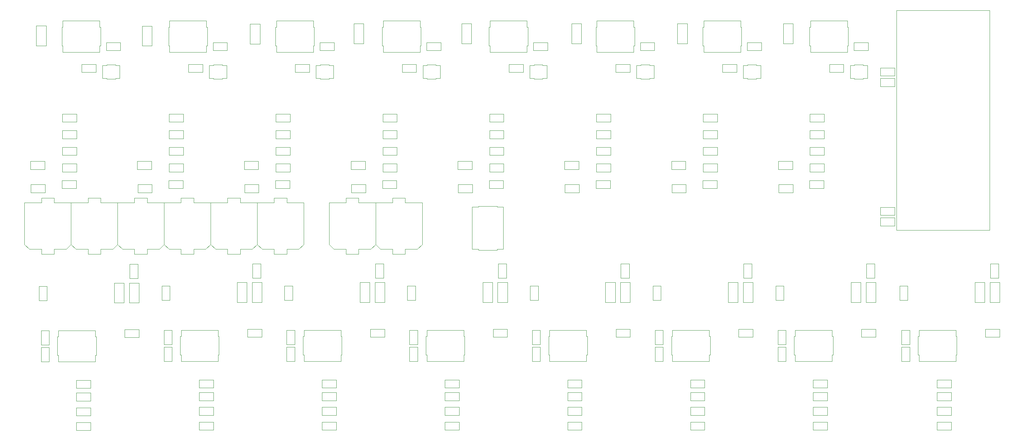
<source format=gbr>
G04 #@! TF.GenerationSoftware,KiCad,Pcbnew,9.0.3*
G04 #@! TF.CreationDate,2025-08-26T17:21:35-04:00*
G04 #@! TF.ProjectId,Oblique Palette 0.5.4 PCB Main,4f626c69-7175-4652-9050-616c65747465,0.5.5*
G04 #@! TF.SameCoordinates,Original*
G04 #@! TF.FileFunction,Other,User*
%FSLAX46Y46*%
G04 Gerber Fmt 4.6, Leading zero omitted, Abs format (unit mm)*
G04 Created by KiCad (PCBNEW 9.0.3) date 2025-08-26 17:21:35*
%MOMM*%
%LPD*%
G01*
G04 APERTURE LIST*
%ADD10C,0.050000*%
%ADD11C,0.120000*%
G04 APERTURE END LIST*
D10*
G04 #@! TO.C,R160*
X41742143Y-96894450D02*
X45102143Y-96894450D01*
X41742143Y-94994450D02*
X41742143Y-96894450D01*
X45102143Y-96894450D02*
X45102143Y-94994450D01*
X45102143Y-94994450D02*
X41742143Y-94994450D01*
G04 #@! TO.C,R8*
X23372143Y-88124450D02*
X23372143Y-84764450D01*
X21472143Y-88124450D02*
X23372143Y-88124450D01*
X23372143Y-84764450D02*
X21472143Y-84764450D01*
X21472143Y-84764450D02*
X21472143Y-88124450D01*
G04 #@! TO.C,R7*
X30329643Y-111894450D02*
X33689643Y-111894450D01*
X30329643Y-109994450D02*
X30329643Y-111894450D01*
X33689643Y-111894450D02*
X33689643Y-109994450D01*
X33689643Y-109994450D02*
X30329643Y-109994450D01*
G04 #@! TO.C,R5*
X30329643Y-115394450D02*
X33689643Y-115394450D01*
X30329643Y-113494450D02*
X30329643Y-115394450D01*
X33689643Y-115394450D02*
X33689643Y-113494450D01*
X33689643Y-113494450D02*
X30329643Y-113494450D01*
G04 #@! TO.C,R4*
X23872143Y-102624450D02*
X23872143Y-99264450D01*
X21972143Y-102624450D02*
X23872143Y-102624450D01*
X23872143Y-99264450D02*
X21972143Y-99264450D01*
X21972143Y-99264450D02*
X21972143Y-102624450D01*
G04 #@! TO.C,R68*
X33689643Y-106994450D02*
X30329643Y-106994450D01*
X33689643Y-108894450D02*
X33689643Y-106994450D01*
X30329643Y-106994450D02*
X30329643Y-108894450D01*
X30329643Y-108894450D02*
X33689643Y-108894450D01*
G04 #@! TO.C,R6*
X23872143Y-98624450D02*
X23872143Y-95264450D01*
X21972143Y-98624450D02*
X23872143Y-98624450D01*
X23872143Y-95264450D02*
X21972143Y-95264450D01*
X21972143Y-95264450D02*
X21972143Y-98624450D01*
G04 #@! TO.C,R3*
X30329643Y-118894450D02*
X33689643Y-118894450D01*
X30329643Y-116994450D02*
X30329643Y-118894450D01*
X33689643Y-118894450D02*
X33689643Y-116994450D01*
X33689643Y-116994450D02*
X30329643Y-116994450D01*
G04 #@! TO.C,R116*
X55587000Y-43932700D02*
X52227000Y-43932700D01*
X55587000Y-45832700D02*
X55587000Y-43932700D01*
X52227000Y-43932700D02*
X52227000Y-45832700D01*
X52227000Y-45832700D02*
X55587000Y-45832700D01*
G04 #@! TO.C,R22*
X81923857Y-98534450D02*
X81923857Y-95174450D01*
X80023857Y-98534450D02*
X81923857Y-98534450D01*
X81923857Y-95174450D02*
X80023857Y-95174450D01*
X80023857Y-95174450D02*
X80023857Y-98534450D01*
G04 #@! TO.C,R161*
X70768000Y-96804450D02*
X74128000Y-96804450D01*
X70768000Y-94904450D02*
X70768000Y-96804450D01*
X74128000Y-96804450D02*
X74128000Y-94904450D01*
X74128000Y-94904450D02*
X70768000Y-94904450D01*
G04 #@! TO.C,R31*
X117407214Y-111804450D02*
X120767214Y-111804450D01*
X117407214Y-109904450D02*
X117407214Y-111804450D01*
X120767214Y-111804450D02*
X120767214Y-109904450D01*
X120767214Y-109904450D02*
X117407214Y-109904450D01*
G04 #@! TO.C,R152*
X203639500Y-61547000D02*
X206999500Y-61547000D01*
X203639500Y-59647000D02*
X203639500Y-61547000D01*
X206999500Y-61547000D02*
X206999500Y-59647000D01*
X206999500Y-59647000D02*
X203639500Y-59647000D01*
G04 #@! TO.C,R101*
X207844786Y-106904450D02*
X204484786Y-106904450D01*
X207844786Y-108804450D02*
X207844786Y-106904450D01*
X204484786Y-106904450D02*
X204484786Y-108804450D01*
X204484786Y-108804450D02*
X207844786Y-108804450D01*
G04 #@! TO.C,R136*
X170977000Y-57047000D02*
X174337000Y-57047000D01*
X170977000Y-55147000D02*
X170977000Y-57047000D01*
X174337000Y-57047000D02*
X174337000Y-55147000D01*
X174337000Y-55147000D02*
X170977000Y-55147000D01*
G04 #@! TO.C,R97*
X77389500Y-61547000D02*
X80749500Y-61547000D01*
X77389500Y-59647000D02*
X77389500Y-61547000D01*
X80749500Y-61547000D02*
X80749500Y-59647000D01*
X80749500Y-59647000D02*
X77389500Y-59647000D01*
G04 #@! TO.C,R94*
X178818929Y-106904450D02*
X175458929Y-106904450D01*
X178818929Y-108804450D02*
X178818929Y-106904450D01*
X175458929Y-106904450D02*
X175458929Y-108804450D01*
X175458929Y-108804450D02*
X178818929Y-108804450D01*
G04 #@! TO.C,R114*
X120477000Y-57047000D02*
X123837000Y-57047000D01*
X120477000Y-55147000D02*
X120477000Y-57047000D01*
X123837000Y-57047000D02*
X123837000Y-55147000D01*
X123837000Y-55147000D02*
X120477000Y-55147000D01*
G04 #@! TO.C,R117*
X127977000Y-53689900D02*
X131337000Y-53689900D01*
X127977000Y-51789900D02*
X127977000Y-53689900D01*
X131337000Y-53689900D02*
X131337000Y-51789900D01*
X131337000Y-51789900D02*
X127977000Y-51789900D01*
G04 #@! TO.C,R123*
X80837000Y-43932700D02*
X77477000Y-43932700D01*
X80837000Y-45832700D02*
X80837000Y-43932700D01*
X77477000Y-43932700D02*
X77477000Y-45832700D01*
X77477000Y-45832700D02*
X80837000Y-45832700D01*
G04 #@! TO.C,R74*
X26977000Y-57618400D02*
X30337000Y-57618400D01*
X26977000Y-55718400D02*
X26977000Y-57618400D01*
X30337000Y-57618400D02*
X30337000Y-55718400D01*
X30337000Y-55718400D02*
X26977000Y-55718400D01*
G04 #@! TO.C,R79*
X91741357Y-106904450D02*
X88381357Y-106904450D01*
X91741357Y-108804450D02*
X91741357Y-106904450D01*
X88381357Y-106904450D02*
X88381357Y-108804450D01*
X88381357Y-108804450D02*
X91741357Y-108804450D01*
G04 #@! TO.C,R53*
X204484786Y-115304450D02*
X207844786Y-115304450D01*
X204484786Y-113404450D02*
X204484786Y-115304450D01*
X207844786Y-115304450D02*
X207844786Y-113404450D01*
X207844786Y-113404450D02*
X204484786Y-113404450D01*
G04 #@! TO.C,R1*
X223727000Y-33007000D02*
X220367000Y-33007000D01*
X223727000Y-34907000D02*
X223727000Y-33007000D01*
X220367000Y-33007000D02*
X220367000Y-34907000D01*
X220367000Y-34907000D02*
X223727000Y-34907000D01*
G04 #@! TO.C,R61*
X233760643Y-115304450D02*
X237120643Y-115304450D01*
X233760643Y-113404450D02*
X233760643Y-115304450D01*
X237120643Y-115304450D02*
X237120643Y-113404450D01*
X237120643Y-113404450D02*
X233760643Y-113404450D01*
G04 #@! TO.C,R52*
X198027286Y-102534450D02*
X198027286Y-99174450D01*
X196127286Y-102534450D02*
X198027286Y-102534450D01*
X198027286Y-99174450D02*
X196127286Y-99174450D01*
X196127286Y-99174450D02*
X196127286Y-102534450D01*
G04 #@! TO.C,R12*
X52898000Y-102534450D02*
X52898000Y-99174450D01*
X50998000Y-102534450D02*
X52898000Y-102534450D01*
X52898000Y-99174450D02*
X50998000Y-99174450D01*
X50998000Y-99174450D02*
X50998000Y-102534450D01*
G04 #@! TO.C,R27*
X117407214Y-118804450D02*
X120767214Y-118804450D01*
X117407214Y-116904450D02*
X117407214Y-118804450D01*
X120767214Y-118804450D02*
X120767214Y-116904450D01*
X120767214Y-116904450D02*
X117407214Y-116904450D01*
G04 #@! TO.C,R81*
X44727000Y-57047000D02*
X48087000Y-57047000D01*
X44727000Y-55147000D02*
X44727000Y-57047000D01*
X48087000Y-57047000D02*
X48087000Y-55147000D01*
X48087000Y-55147000D02*
X44727000Y-55147000D01*
G04 #@! TO.C,R16*
X52398000Y-88034450D02*
X52398000Y-84674450D01*
X50498000Y-88034450D02*
X52398000Y-88034450D01*
X52398000Y-84674450D02*
X50498000Y-84674450D01*
X50498000Y-84674450D02*
X50498000Y-88034450D01*
G04 #@! TO.C,R138*
X156587000Y-43932700D02*
X153227000Y-43932700D01*
X156587000Y-45832700D02*
X156587000Y-43932700D01*
X153227000Y-43932700D02*
X153227000Y-45832700D01*
X153227000Y-45832700D02*
X156587000Y-45832700D01*
G04 #@! TO.C,R30*
X110949714Y-98534450D02*
X110949714Y-95174450D01*
X109049714Y-98534450D02*
X110949714Y-98534450D01*
X110949714Y-95174450D02*
X109049714Y-95174450D01*
X109049714Y-95174450D02*
X109049714Y-98534450D01*
G04 #@! TO.C,R141*
X178389500Y-61547000D02*
X181749500Y-61547000D01*
X178389500Y-59647000D02*
X178389500Y-61547000D01*
X181749500Y-61547000D02*
X181749500Y-59647000D01*
X181749500Y-59647000D02*
X178389500Y-59647000D01*
G04 #@! TO.C,R73*
X26977000Y-53689900D02*
X30337000Y-53689900D01*
X26977000Y-51789900D02*
X26977000Y-53689900D01*
X30337000Y-53689900D02*
X30337000Y-51789900D01*
X30337000Y-51789900D02*
X26977000Y-51789900D01*
G04 #@! TO.C,R129*
X153227000Y-57618400D02*
X156587000Y-57618400D01*
X153227000Y-55718400D02*
X153227000Y-57618400D01*
X156587000Y-57618400D02*
X156587000Y-55718400D01*
X156587000Y-55718400D02*
X153227000Y-55718400D01*
G04 #@! TO.C,R46*
X169001429Y-98534450D02*
X169001429Y-95174450D01*
X167101429Y-98534450D02*
X169001429Y-98534450D01*
X169001429Y-95174450D02*
X167101429Y-95174450D01*
X167101429Y-95174450D02*
X167101429Y-98534450D01*
G04 #@! TO.C,R125*
X145727000Y-57047000D02*
X149087000Y-57047000D01*
X145727000Y-55147000D02*
X145727000Y-57047000D01*
X149087000Y-57047000D02*
X149087000Y-55147000D01*
X149087000Y-55147000D02*
X145727000Y-55147000D01*
G04 #@! TO.C,R147*
X196227000Y-57047000D02*
X199587000Y-57047000D01*
X196227000Y-55147000D02*
X196227000Y-57047000D01*
X199587000Y-57047000D02*
X199587000Y-55147000D01*
X199587000Y-55147000D02*
X196227000Y-55147000D01*
G04 #@! TO.C,R139*
X178477000Y-53689900D02*
X181837000Y-53689900D01*
X178477000Y-51789900D02*
X178477000Y-53689900D01*
X181837000Y-53689900D02*
X181837000Y-51789900D01*
X181837000Y-51789900D02*
X178477000Y-51789900D01*
G04 #@! TO.C,R11*
X59355500Y-118804450D02*
X62715500Y-118804450D01*
X59355500Y-116904450D02*
X59355500Y-118804450D01*
X62715500Y-118804450D02*
X62715500Y-116904450D01*
X62715500Y-116904450D02*
X59355500Y-116904450D01*
G04 #@! TO.C,R84*
X52227000Y-53689900D02*
X55587000Y-53689900D01*
X52227000Y-51789900D02*
X52227000Y-53689900D01*
X55587000Y-53689900D02*
X55587000Y-51789900D01*
X55587000Y-51789900D02*
X52227000Y-51789900D01*
G04 #@! TO.C,R21*
X88381357Y-115304450D02*
X91741357Y-115304450D01*
X88381357Y-113404450D02*
X88381357Y-115304450D01*
X91741357Y-115304450D02*
X91741357Y-113404450D01*
X91741357Y-113404450D02*
X88381357Y-113404450D01*
G04 #@! TO.C,R63*
X233760643Y-111804450D02*
X237120643Y-111804450D01*
X233760643Y-109904450D02*
X233760643Y-111804450D01*
X237120643Y-111804450D02*
X237120643Y-109904450D01*
X237120643Y-109904450D02*
X233760643Y-109904450D01*
G04 #@! TO.C,R2*
X220367000Y-37407000D02*
X223727000Y-37407000D01*
X220367000Y-35507000D02*
X220367000Y-37407000D01*
X223727000Y-37407000D02*
X223727000Y-35507000D01*
X223727000Y-35507000D02*
X220367000Y-35507000D01*
G04 #@! TO.C,R19*
X88381357Y-118804450D02*
X91741357Y-118804450D01*
X88381357Y-116904450D02*
X88381357Y-118804450D01*
X91741357Y-118804450D02*
X91741357Y-116904450D01*
X91741357Y-116904450D02*
X88381357Y-116904450D01*
G04 #@! TO.C,R168*
X208314500Y-34047000D02*
X211674500Y-34047000D01*
X208314500Y-32147000D02*
X208314500Y-34047000D01*
X211674500Y-34047000D02*
X211674500Y-32147000D01*
X211674500Y-32147000D02*
X208314500Y-32147000D01*
G04 #@! TO.C,R164*
X157845572Y-96804450D02*
X161205572Y-96804450D01*
X157845572Y-94904450D02*
X157845572Y-96804450D01*
X161205572Y-96804450D02*
X161205572Y-94904450D01*
X161205572Y-94904450D02*
X157845572Y-94904450D01*
G04 #@! TO.C,R45*
X175458929Y-115304450D02*
X178818929Y-115304450D01*
X175458929Y-113404450D02*
X175458929Y-115304450D01*
X178818929Y-115304450D02*
X178818929Y-113404450D01*
X178818929Y-113404450D02*
X175458929Y-113404450D01*
G04 #@! TO.C,R40*
X139475572Y-88034450D02*
X139475572Y-84674450D01*
X137575572Y-88034450D02*
X139475572Y-88034450D01*
X139475572Y-84674450D02*
X137575572Y-84674450D01*
X137575572Y-84674450D02*
X137575572Y-88034450D01*
G04 #@! TO.C,R62*
X227303143Y-98534450D02*
X227303143Y-95174450D01*
X225403143Y-98534450D02*
X227303143Y-98534450D01*
X227303143Y-95174450D02*
X225403143Y-95174450D01*
X225403143Y-95174450D02*
X225403143Y-98534450D01*
G04 #@! TO.C,R154*
X56814500Y-34047000D02*
X60174500Y-34047000D01*
X56814500Y-32147000D02*
X56814500Y-34047000D01*
X60174500Y-34047000D02*
X60174500Y-32147000D01*
X60174500Y-32147000D02*
X56814500Y-32147000D01*
G04 #@! TO.C,R153*
X31564500Y-34047000D02*
X34924500Y-34047000D01*
X31564500Y-32147000D02*
X31564500Y-34047000D01*
X34924500Y-34047000D02*
X34924500Y-32147000D01*
X34924500Y-32147000D02*
X31564500Y-32147000D01*
G04 #@! TO.C,R107*
X102727000Y-57618400D02*
X106087000Y-57618400D01*
X102727000Y-55718400D02*
X102727000Y-57618400D01*
X106087000Y-57618400D02*
X106087000Y-55718400D01*
X106087000Y-55718400D02*
X102727000Y-55718400D01*
G04 #@! TO.C,R140*
X178477000Y-57618400D02*
X181837000Y-57618400D01*
X178477000Y-55718400D02*
X178477000Y-57618400D01*
X181837000Y-57618400D02*
X181837000Y-55718400D01*
X181837000Y-55718400D02*
X178477000Y-55718400D01*
G04 #@! TO.C,R135*
X178477000Y-49761300D02*
X181837000Y-49761300D01*
X178477000Y-47861300D02*
X178477000Y-49761300D01*
X181837000Y-49761300D02*
X181837000Y-47861300D01*
X181837000Y-47861300D02*
X178477000Y-47861300D01*
G04 #@! TO.C,R93*
X73424500Y-60647000D02*
X70064500Y-60647000D01*
X73424500Y-62547000D02*
X73424500Y-60647000D01*
X70064500Y-60647000D02*
X70064500Y-62547000D01*
X70064500Y-62547000D02*
X73424500Y-62547000D01*
G04 #@! TO.C,R25*
X91227000Y-27007000D02*
X87867000Y-27007000D01*
X91227000Y-28907000D02*
X91227000Y-27007000D01*
X87867000Y-27007000D02*
X87867000Y-28907000D01*
X87867000Y-28907000D02*
X91227000Y-28907000D01*
G04 #@! TO.C,R38*
X139975572Y-98534450D02*
X139975572Y-95174450D01*
X138075572Y-98534450D02*
X139975572Y-98534450D01*
X139975572Y-95174450D02*
X138075572Y-95174450D01*
X138075572Y-95174450D02*
X138075572Y-98534450D01*
G04 #@! TO.C,R118*
X127977000Y-57618400D02*
X131337000Y-57618400D01*
X127977000Y-55718400D02*
X127977000Y-57618400D01*
X131337000Y-57618400D02*
X131337000Y-55718400D01*
X131337000Y-55718400D02*
X127977000Y-55718400D01*
G04 #@! TO.C,R34*
X166977000Y-27007000D02*
X163617000Y-27007000D01*
X166977000Y-28907000D02*
X166977000Y-27007000D01*
X163617000Y-27007000D02*
X163617000Y-28907000D01*
X163617000Y-28907000D02*
X166977000Y-28907000D01*
G04 #@! TO.C,R70*
X19477000Y-57047000D02*
X22837000Y-57047000D01*
X19477000Y-55147000D02*
X19477000Y-57047000D01*
X22837000Y-57047000D02*
X22837000Y-55147000D01*
X22837000Y-55147000D02*
X19477000Y-55147000D01*
G04 #@! TO.C,R149*
X207087000Y-43932700D02*
X203727000Y-43932700D01*
X207087000Y-45832700D02*
X207087000Y-43932700D01*
X203727000Y-43932700D02*
X203727000Y-45832700D01*
X203727000Y-45832700D02*
X207087000Y-45832700D01*
G04 #@! TO.C,R56*
X197527286Y-88034450D02*
X197527286Y-84674450D01*
X195627286Y-88034450D02*
X197527286Y-88034450D01*
X197527286Y-84674450D02*
X195627286Y-84674450D01*
X195627286Y-84674450D02*
X195627286Y-88034450D01*
G04 #@! TO.C,R145*
X181837000Y-43932700D02*
X178477000Y-43932700D01*
X181837000Y-45832700D02*
X181837000Y-43932700D01*
X178477000Y-43932700D02*
X178477000Y-45832700D01*
X178477000Y-45832700D02*
X181837000Y-45832700D01*
G04 #@! TO.C,R39*
X146433072Y-111804450D02*
X149793072Y-111804450D01*
X146433072Y-109904450D02*
X146433072Y-111804450D01*
X149793072Y-111804450D02*
X149793072Y-109904450D01*
X149793072Y-109904450D02*
X146433072Y-109904450D01*
G04 #@! TO.C,R157*
X132564500Y-34047000D02*
X135924500Y-34047000D01*
X132564500Y-32147000D02*
X132564500Y-34047000D01*
X135924500Y-34047000D02*
X135924500Y-32147000D01*
X135924500Y-32147000D02*
X132564500Y-32147000D01*
G04 #@! TO.C,R43*
X175458929Y-118804450D02*
X178818929Y-118804450D01*
X175458929Y-116904450D02*
X175458929Y-118804450D01*
X178818929Y-118804450D02*
X178818929Y-116904450D01*
X178818929Y-116904450D02*
X175458929Y-116904450D01*
G04 #@! TO.C,R148*
X199674500Y-60647000D02*
X196314500Y-60647000D01*
X199674500Y-62547000D02*
X199674500Y-60647000D01*
X196314500Y-60647000D02*
X196314500Y-62547000D01*
X196314500Y-62547000D02*
X199674500Y-62547000D01*
G04 #@! TO.C,R128*
X153227000Y-53689900D02*
X156587000Y-53689900D01*
X153227000Y-51789900D02*
X153227000Y-53689900D01*
X156587000Y-53689900D02*
X156587000Y-51789900D01*
X156587000Y-51789900D02*
X153227000Y-51789900D01*
G04 #@! TO.C,R41*
X192227000Y-27007000D02*
X188867000Y-27007000D01*
X192227000Y-28907000D02*
X192227000Y-27007000D01*
X188867000Y-27007000D02*
X188867000Y-28907000D01*
X188867000Y-28907000D02*
X192227000Y-28907000D01*
G04 #@! TO.C,R158*
X157814500Y-34047000D02*
X161174500Y-34047000D01*
X157814500Y-32147000D02*
X157814500Y-34047000D01*
X161174500Y-34047000D02*
X161174500Y-32147000D01*
X161174500Y-32147000D02*
X157814500Y-32147000D01*
G04 #@! TO.C,R95*
X77477000Y-53689900D02*
X80837000Y-53689900D01*
X77477000Y-51789900D02*
X77477000Y-53689900D01*
X80837000Y-53689900D02*
X80837000Y-51789900D01*
X80837000Y-51789900D02*
X77477000Y-51789900D01*
G04 #@! TO.C,R163*
X128819714Y-96804450D02*
X132179714Y-96804450D01*
X128819714Y-94904450D02*
X128819714Y-96804450D01*
X132179714Y-96804450D02*
X132179714Y-94904450D01*
X132179714Y-94904450D02*
X128819714Y-94904450D01*
G04 #@! TO.C,R90*
X149793072Y-106904450D02*
X146433072Y-106904450D01*
X149793072Y-108804450D02*
X149793072Y-106904450D01*
X146433072Y-106904450D02*
X146433072Y-108804450D01*
X146433072Y-108804450D02*
X149793072Y-108804450D01*
G04 #@! TO.C,R59*
X233760643Y-118804450D02*
X237120643Y-118804450D01*
X233760643Y-116904450D02*
X233760643Y-118804450D01*
X237120643Y-118804450D02*
X237120643Y-116904450D01*
X237120643Y-116904450D02*
X233760643Y-116904450D01*
G04 #@! TO.C,R20*
X81923857Y-102534450D02*
X81923857Y-99174450D01*
X80023857Y-102534450D02*
X81923857Y-102534450D01*
X81923857Y-99174450D02*
X80023857Y-99174450D01*
X80023857Y-99174450D02*
X80023857Y-102534450D01*
G04 #@! TO.C,R155*
X82064500Y-34047000D02*
X85424500Y-34047000D01*
X82064500Y-32147000D02*
X82064500Y-34047000D01*
X85424500Y-34047000D02*
X85424500Y-32147000D01*
X85424500Y-32147000D02*
X82064500Y-32147000D01*
G04 #@! TO.C,R124*
X153227000Y-49761300D02*
X156587000Y-49761300D01*
X153227000Y-47861300D02*
X153227000Y-49761300D01*
X156587000Y-49761300D02*
X156587000Y-47861300D01*
X156587000Y-47861300D02*
X153227000Y-47861300D01*
G04 #@! TO.C,R18*
X65977000Y-27007000D02*
X62617000Y-27007000D01*
X65977000Y-28907000D02*
X65977000Y-27007000D01*
X62617000Y-27007000D02*
X62617000Y-28907000D01*
X62617000Y-28907000D02*
X65977000Y-28907000D01*
G04 #@! TO.C,R80*
X52227000Y-49761300D02*
X55587000Y-49761300D01*
X52227000Y-47861300D02*
X52227000Y-49761300D01*
X55587000Y-49761300D02*
X55587000Y-47861300D01*
X55587000Y-47861300D02*
X52227000Y-47861300D01*
G04 #@! TO.C,R96*
X77477000Y-57618400D02*
X80837000Y-57618400D01*
X77477000Y-55718400D02*
X77477000Y-57618400D01*
X80837000Y-57618400D02*
X80837000Y-55718400D01*
X80837000Y-55718400D02*
X77477000Y-55718400D01*
G04 #@! TO.C,R26*
X116477000Y-27007000D02*
X113117000Y-27007000D01*
X116477000Y-28907000D02*
X116477000Y-27007000D01*
X113117000Y-27007000D02*
X113117000Y-28907000D01*
X113117000Y-28907000D02*
X116477000Y-28907000D01*
G04 #@! TO.C,R55*
X204484786Y-111804450D02*
X207844786Y-111804450D01*
X204484786Y-109904450D02*
X204484786Y-111804450D01*
X207844786Y-111804450D02*
X207844786Y-109904450D01*
X207844786Y-109904450D02*
X204484786Y-109904450D01*
G04 #@! TO.C,R75*
X26889500Y-61547000D02*
X30249500Y-61547000D01*
X26889500Y-59647000D02*
X26889500Y-61547000D01*
X30249500Y-61547000D02*
X30249500Y-59647000D01*
X30249500Y-59647000D02*
X26889500Y-59647000D01*
G04 #@! TO.C,R35*
X146433072Y-118804450D02*
X149793072Y-118804450D01*
X146433072Y-116904450D02*
X146433072Y-118804450D01*
X149793072Y-118804450D02*
X149793072Y-116904450D01*
X149793072Y-116904450D02*
X146433072Y-116904450D01*
G04 #@! TO.C,R165*
X186871429Y-96804450D02*
X190231429Y-96804450D01*
X186871429Y-94904450D02*
X186871429Y-96804450D01*
X190231429Y-96804450D02*
X190231429Y-94904450D01*
X190231429Y-94904450D02*
X186871429Y-94904450D01*
G04 #@! TO.C,R64*
X226803143Y-88034450D02*
X226803143Y-84674450D01*
X224903143Y-88034450D02*
X226803143Y-88034450D01*
X226803143Y-84674450D02*
X224903143Y-84674450D01*
X224903143Y-84674450D02*
X224903143Y-88034450D01*
G04 #@! TO.C,R83*
X120767214Y-106904450D02*
X117407214Y-106904450D01*
X120767214Y-108804450D02*
X120767214Y-106904450D01*
X117407214Y-106904450D02*
X117407214Y-108804450D01*
X117407214Y-108804450D02*
X120767214Y-108804450D01*
G04 #@! TO.C,R42*
X217477000Y-27007000D02*
X214117000Y-27007000D01*
X217477000Y-28907000D02*
X217477000Y-27007000D01*
X214117000Y-27007000D02*
X214117000Y-28907000D01*
X214117000Y-28907000D02*
X217477000Y-28907000D01*
G04 #@! TO.C,R85*
X52227000Y-57618400D02*
X55587000Y-57618400D01*
X52227000Y-55718400D02*
X52227000Y-57618400D01*
X55587000Y-57618400D02*
X55587000Y-55718400D01*
X55587000Y-55718400D02*
X52227000Y-55718400D01*
G04 #@! TO.C,R32*
X110449714Y-88034450D02*
X110449714Y-84674450D01*
X108549714Y-88034450D02*
X110449714Y-88034450D01*
X110449714Y-84674450D02*
X108549714Y-84674450D01*
X108549714Y-84674450D02*
X108549714Y-88034450D01*
G04 #@! TO.C,R54*
X198027286Y-98534450D02*
X198027286Y-95174450D01*
X196127286Y-98534450D02*
X198027286Y-98534450D01*
X198027286Y-95174450D02*
X196127286Y-95174450D01*
X196127286Y-95174450D02*
X196127286Y-98534450D01*
G04 #@! TO.C,R37*
X146433072Y-115304450D02*
X149793072Y-115304450D01*
X146433072Y-113404450D02*
X146433072Y-115304450D01*
X149793072Y-115304450D02*
X149793072Y-113404450D01*
X149793072Y-113404450D02*
X146433072Y-113404450D01*
G04 #@! TO.C,R69*
X26977000Y-49761300D02*
X30337000Y-49761300D01*
X26977000Y-47861300D02*
X26977000Y-49761300D01*
X30337000Y-49761300D02*
X30337000Y-47861300D01*
X30337000Y-47861300D02*
X26977000Y-47861300D01*
G04 #@! TO.C,R108*
X102639500Y-61547000D02*
X105999500Y-61547000D01*
X102639500Y-59647000D02*
X102639500Y-61547000D01*
X105999500Y-61547000D02*
X105999500Y-59647000D01*
X105999500Y-59647000D02*
X102639500Y-59647000D01*
G04 #@! TO.C,R28*
X110949714Y-102534450D02*
X110949714Y-99174450D01*
X109049714Y-102534450D02*
X110949714Y-102534450D01*
X110949714Y-99174450D02*
X109049714Y-99174450D01*
X109049714Y-99174450D02*
X109049714Y-102534450D01*
G04 #@! TO.C,R156*
X107314500Y-34047000D02*
X110674500Y-34047000D01*
X107314500Y-32147000D02*
X107314500Y-34047000D01*
X110674500Y-34047000D02*
X110674500Y-32147000D01*
X110674500Y-32147000D02*
X107314500Y-32147000D01*
G04 #@! TO.C,R150*
X203727000Y-53689900D02*
X207087000Y-53689900D01*
X203727000Y-51789900D02*
X203727000Y-53689900D01*
X207087000Y-53689900D02*
X207087000Y-51789900D01*
X207087000Y-51789900D02*
X203727000Y-51789900D01*
G04 #@! TO.C,R106*
X102727000Y-53689900D02*
X106087000Y-53689900D01*
X102727000Y-51789900D02*
X102727000Y-53689900D01*
X106087000Y-53689900D02*
X106087000Y-51789900D01*
X106087000Y-51789900D02*
X102727000Y-51789900D01*
G04 #@! TO.C,R15*
X59355500Y-111804450D02*
X62715500Y-111804450D01*
X59355500Y-109904450D02*
X59355500Y-111804450D01*
X62715500Y-111804450D02*
X62715500Y-109904450D01*
X62715500Y-109904450D02*
X59355500Y-109904450D01*
G04 #@! TO.C,R10*
X223727000Y-66007000D02*
X220367000Y-66007000D01*
X223727000Y-67907000D02*
X223727000Y-66007000D01*
X220367000Y-66007000D02*
X220367000Y-67907000D01*
X220367000Y-67907000D02*
X223727000Y-67907000D01*
G04 #@! TO.C,R127*
X106087000Y-43932700D02*
X102727000Y-43932700D01*
X106087000Y-45832700D02*
X106087000Y-43932700D01*
X102727000Y-43932700D02*
X102727000Y-45832700D01*
X102727000Y-45832700D02*
X106087000Y-45832700D01*
G04 #@! TO.C,R103*
X95227000Y-57047000D02*
X98587000Y-57047000D01*
X95227000Y-55147000D02*
X95227000Y-57047000D01*
X98587000Y-57047000D02*
X98587000Y-55147000D01*
X98587000Y-55147000D02*
X95227000Y-55147000D01*
G04 #@! TO.C,R36*
X139975572Y-102534450D02*
X139975572Y-99174450D01*
X138075572Y-102534450D02*
X139975572Y-102534450D01*
X139975572Y-99174450D02*
X138075572Y-99174450D01*
X138075572Y-99174450D02*
X138075572Y-102534450D01*
G04 #@! TO.C,R134*
X131337000Y-43932700D02*
X127977000Y-43932700D01*
X131337000Y-45832700D02*
X131337000Y-43932700D01*
X127977000Y-43932700D02*
X127977000Y-45832700D01*
X127977000Y-45832700D02*
X131337000Y-45832700D01*
G04 #@! TO.C,R146*
X203727000Y-49761300D02*
X207087000Y-49761300D01*
X203727000Y-47861300D02*
X203727000Y-49761300D01*
X207087000Y-49761300D02*
X207087000Y-47861300D01*
X207087000Y-47861300D02*
X203727000Y-47861300D01*
G04 #@! TO.C,R126*
X149174500Y-60647000D02*
X145814500Y-60647000D01*
X149174500Y-62547000D02*
X149174500Y-60647000D01*
X145814500Y-60647000D02*
X145814500Y-62547000D01*
X145814500Y-62547000D02*
X149174500Y-62547000D01*
G04 #@! TO.C,R23*
X88381357Y-111804450D02*
X91741357Y-111804450D01*
X88381357Y-109904450D02*
X88381357Y-111804450D01*
X91741357Y-111804450D02*
X91741357Y-109904450D01*
X91741357Y-109904450D02*
X88381357Y-109904450D01*
G04 #@! TO.C,R24*
X81423857Y-88034450D02*
X81423857Y-84674450D01*
X79523857Y-88034450D02*
X81423857Y-88034450D01*
X81423857Y-84674450D02*
X79523857Y-84674450D01*
X79523857Y-84674450D02*
X79523857Y-88034450D01*
G04 #@! TO.C,R86*
X52139500Y-61547000D02*
X55499500Y-61547000D01*
X52139500Y-59647000D02*
X52139500Y-61547000D01*
X55499500Y-61547000D02*
X55499500Y-59647000D01*
X55499500Y-59647000D02*
X52139500Y-59647000D01*
G04 #@! TO.C,R33*
X141727000Y-27007000D02*
X138367000Y-27007000D01*
X141727000Y-28907000D02*
X141727000Y-27007000D01*
X138367000Y-27007000D02*
X138367000Y-28907000D01*
X138367000Y-28907000D02*
X141727000Y-28907000D01*
G04 #@! TO.C,R60*
X227303143Y-102534450D02*
X227303143Y-99174450D01*
X225403143Y-102534450D02*
X227303143Y-102534450D01*
X227303143Y-99174450D02*
X225403143Y-99174450D01*
X225403143Y-99174450D02*
X225403143Y-102534450D01*
G04 #@! TO.C,R119*
X127889500Y-61547000D02*
X131249500Y-61547000D01*
X127889500Y-59647000D02*
X127889500Y-61547000D01*
X131249500Y-61547000D02*
X131249500Y-59647000D01*
X131249500Y-59647000D02*
X127889500Y-59647000D01*
G04 #@! TO.C,R17*
X40727000Y-27007000D02*
X37367000Y-27007000D01*
X40727000Y-28907000D02*
X40727000Y-27007000D01*
X37367000Y-27007000D02*
X37367000Y-28907000D01*
X37367000Y-28907000D02*
X40727000Y-28907000D01*
G04 #@! TO.C,R166*
X215897286Y-96804450D02*
X219257286Y-96804450D01*
X215897286Y-94904450D02*
X215897286Y-96804450D01*
X219257286Y-96804450D02*
X219257286Y-94904450D01*
X219257286Y-94904450D02*
X215897286Y-94904450D01*
G04 #@! TO.C,R159*
X183064500Y-34047000D02*
X186424500Y-34047000D01*
X183064500Y-32147000D02*
X183064500Y-34047000D01*
X186424500Y-34047000D02*
X186424500Y-32147000D01*
X186424500Y-32147000D02*
X183064500Y-32147000D01*
G04 #@! TO.C,R29*
X117407214Y-115304450D02*
X120767214Y-115304450D01*
X117407214Y-113404450D02*
X117407214Y-115304450D01*
X120767214Y-115304450D02*
X120767214Y-113404450D01*
X120767214Y-113404450D02*
X117407214Y-113404450D01*
G04 #@! TO.C,R44*
X169001429Y-102534450D02*
X169001429Y-99174450D01*
X167101429Y-102534450D02*
X169001429Y-102534450D01*
X169001429Y-99174450D02*
X167101429Y-99174450D01*
X167101429Y-99174450D02*
X167101429Y-102534450D01*
G04 #@! TO.C,R130*
X153139500Y-61547000D02*
X156499500Y-61547000D01*
X153139500Y-59647000D02*
X153139500Y-61547000D01*
X156499500Y-61547000D02*
X156499500Y-59647000D01*
X156499500Y-59647000D02*
X153139500Y-59647000D01*
G04 #@! TO.C,R137*
X174424500Y-60647000D02*
X171064500Y-60647000D01*
X174424500Y-62547000D02*
X174424500Y-60647000D01*
X171064500Y-60647000D02*
X171064500Y-62547000D01*
X171064500Y-62547000D02*
X174424500Y-62547000D01*
G04 #@! TO.C,R102*
X102727000Y-49761300D02*
X106087000Y-49761300D01*
X102727000Y-47861300D02*
X102727000Y-49761300D01*
X106087000Y-49761300D02*
X106087000Y-47861300D01*
X106087000Y-47861300D02*
X102727000Y-47861300D01*
G04 #@! TO.C,R72*
X62715500Y-106904450D02*
X59355500Y-106904450D01*
X62715500Y-108804450D02*
X62715500Y-106904450D01*
X59355500Y-106904450D02*
X59355500Y-108804450D01*
X59355500Y-108804450D02*
X62715500Y-108804450D01*
G04 #@! TO.C,R162*
X99793857Y-96804450D02*
X103153857Y-96804450D01*
X99793857Y-94904450D02*
X99793857Y-96804450D01*
X103153857Y-96804450D02*
X103153857Y-94904450D01*
X103153857Y-94904450D02*
X99793857Y-94904450D01*
G04 #@! TO.C,R105*
X237120643Y-106904450D02*
X233760643Y-106904450D01*
X237120643Y-108804450D02*
X237120643Y-106904450D01*
X233760643Y-106904450D02*
X233760643Y-108804450D01*
X233760643Y-108804450D02*
X237120643Y-108804450D01*
G04 #@! TO.C,R48*
X168501429Y-88034450D02*
X168501429Y-84674450D01*
X166601429Y-88034450D02*
X168501429Y-88034450D01*
X168501429Y-84674450D02*
X166601429Y-84674450D01*
X166601429Y-84674450D02*
X166601429Y-88034450D01*
G04 #@! TO.C,R13*
X59355500Y-115304450D02*
X62715500Y-115304450D01*
X59355500Y-113404450D02*
X59355500Y-115304450D01*
X62715500Y-115304450D02*
X62715500Y-113404450D01*
X62715500Y-113404450D02*
X59355500Y-113404450D01*
G04 #@! TO.C,R151*
X203727000Y-57618400D02*
X207087000Y-57618400D01*
X203727000Y-55718400D02*
X203727000Y-57618400D01*
X207087000Y-57618400D02*
X207087000Y-55718400D01*
X207087000Y-55718400D02*
X203727000Y-55718400D01*
G04 #@! TO.C,R113*
X127977000Y-49761300D02*
X131337000Y-49761300D01*
X127977000Y-47861300D02*
X127977000Y-49761300D01*
X131337000Y-49761300D02*
X131337000Y-47861300D01*
X131337000Y-47861300D02*
X127977000Y-47861300D01*
G04 #@! TO.C,R71*
X22924500Y-60647000D02*
X19564500Y-60647000D01*
X22924500Y-62547000D02*
X22924500Y-60647000D01*
X19564500Y-60647000D02*
X19564500Y-62547000D01*
X19564500Y-62547000D02*
X22924500Y-62547000D01*
G04 #@! TO.C,R112*
X30337000Y-43932700D02*
X26977000Y-43932700D01*
X30337000Y-45832700D02*
X30337000Y-43932700D01*
X26977000Y-43932700D02*
X26977000Y-45832700D01*
X26977000Y-45832700D02*
X30337000Y-45832700D01*
G04 #@! TO.C,R167*
X245173143Y-96804450D02*
X248533143Y-96804450D01*
X245173143Y-94904450D02*
X245173143Y-96804450D01*
X248533143Y-96804450D02*
X248533143Y-94904450D01*
X248533143Y-94904450D02*
X245173143Y-94904450D01*
G04 #@! TO.C,R115*
X123924500Y-60647000D02*
X120564500Y-60647000D01*
X123924500Y-62547000D02*
X123924500Y-60647000D01*
X120564500Y-60647000D02*
X120564500Y-62547000D01*
X120564500Y-62547000D02*
X123924500Y-62547000D01*
G04 #@! TO.C,R82*
X48174500Y-60647000D02*
X44814500Y-60647000D01*
X48174500Y-62547000D02*
X48174500Y-60647000D01*
X44814500Y-60647000D02*
X44814500Y-62547000D01*
X44814500Y-62547000D02*
X48174500Y-62547000D01*
G04 #@! TO.C,R91*
X77477000Y-49761300D02*
X80837000Y-49761300D01*
X77477000Y-47861300D02*
X77477000Y-49761300D01*
X80837000Y-49761300D02*
X80837000Y-47861300D01*
X80837000Y-47861300D02*
X77477000Y-47861300D01*
G04 #@! TO.C,R9*
X220367000Y-70407000D02*
X223727000Y-70407000D01*
X220367000Y-68507000D02*
X220367000Y-70407000D01*
X223727000Y-70407000D02*
X223727000Y-68507000D01*
X223727000Y-68507000D02*
X220367000Y-68507000D01*
G04 #@! TO.C,R104*
X98674500Y-60647000D02*
X95314500Y-60647000D01*
X98674500Y-62547000D02*
X98674500Y-60647000D01*
X95314500Y-60647000D02*
X95314500Y-62547000D01*
X95314500Y-62547000D02*
X98674500Y-62547000D01*
G04 #@! TO.C,R92*
X69977000Y-57047000D02*
X73337000Y-57047000D01*
X69977000Y-55147000D02*
X69977000Y-57047000D01*
X73337000Y-57047000D02*
X73337000Y-55147000D01*
X73337000Y-55147000D02*
X69977000Y-55147000D01*
G04 #@! TO.C,R14*
X52898000Y-98534450D02*
X52898000Y-95174450D01*
X50998000Y-98534450D02*
X52898000Y-98534450D01*
X52898000Y-95174450D02*
X50998000Y-95174450D01*
X50998000Y-95174450D02*
X50998000Y-98534450D01*
G04 #@! TO.C,R47*
X175458929Y-111804450D02*
X178818929Y-111804450D01*
X175458929Y-109904450D02*
X175458929Y-111804450D01*
X178818929Y-111804450D02*
X178818929Y-109904450D01*
X178818929Y-109904450D02*
X175458929Y-109904450D01*
G04 #@! TO.C,R51*
X204484786Y-118804450D02*
X207844786Y-118804450D01*
X204484786Y-116904450D02*
X204484786Y-118804450D01*
X207844786Y-118804450D02*
X207844786Y-116904450D01*
X207844786Y-116904450D02*
X204484786Y-116904450D01*
G04 #@! TO.C,D4*
X41572143Y-88644450D02*
X39272143Y-88644450D01*
X41572143Y-83944450D02*
X41572143Y-88644450D01*
X41572143Y-83944450D02*
X39272143Y-83944450D01*
X39272143Y-88644450D02*
X39272143Y-83944450D01*
G04 #@! TO.C,D5*
X45122143Y-88644450D02*
X42822143Y-88644450D01*
X45122143Y-83944450D02*
X45122143Y-88644450D01*
X45122143Y-83944450D02*
X42822143Y-83944450D01*
X42822143Y-88644450D02*
X42822143Y-83944450D01*
G04 #@! TO.C,U3*
X25842143Y-96719450D02*
X25842143Y-101119450D01*
X25842143Y-101119450D02*
X26062143Y-101119450D01*
X26062143Y-95219450D02*
X26062143Y-96719450D01*
X26062143Y-96719450D02*
X25842143Y-96719450D01*
X26062143Y-101119450D02*
X26062143Y-102619450D01*
X26062143Y-102619450D02*
X34782143Y-102619450D01*
X34782143Y-95219450D02*
X26062143Y-95219450D01*
X34782143Y-96719450D02*
X34782143Y-95219450D01*
X34782143Y-101119450D02*
X35002143Y-101119450D01*
X34782143Y-102619450D02*
X34782143Y-101119450D01*
X35002143Y-96719450D02*
X34782143Y-96719450D01*
X35002143Y-101119450D02*
X35002143Y-96719450D01*
G04 #@! TO.C,C9*
X44873143Y-82870150D02*
X42913143Y-82870150D01*
X44873143Y-79470150D02*
X44873143Y-82870150D01*
X42913143Y-82870150D02*
X42913143Y-79470150D01*
X42913143Y-79470150D02*
X44873143Y-79470150D01*
G04 #@! TO.C,U1*
X131247000Y-75957000D02*
X131247000Y-65957000D01*
X131247000Y-65957000D02*
X129747000Y-65957000D01*
X129747000Y-76157000D02*
X129747000Y-75957000D01*
X129747000Y-75957000D02*
X131247000Y-75957000D01*
X129747000Y-65957000D02*
X129747000Y-65757000D01*
X129747000Y-65757000D02*
X125347000Y-65757000D01*
X125347000Y-76157000D02*
X129747000Y-76157000D01*
X125347000Y-75957000D02*
X125347000Y-76157000D01*
X125347000Y-65957000D02*
X123847000Y-65957000D01*
X125347000Y-65757000D02*
X125347000Y-65957000D01*
X123847000Y-75957000D02*
X125347000Y-75957000D01*
X123847000Y-65957000D02*
X123847000Y-75957000D01*
G04 #@! TO.C,U4*
X64028000Y-101029450D02*
X64028000Y-96629450D01*
X64028000Y-96629450D02*
X63808000Y-96629450D01*
X63808000Y-102529450D02*
X63808000Y-101029450D01*
X63808000Y-101029450D02*
X64028000Y-101029450D01*
X63808000Y-96629450D02*
X63808000Y-95129450D01*
X63808000Y-95129450D02*
X55088000Y-95129450D01*
X55088000Y-102529450D02*
X63808000Y-102529450D01*
X55088000Y-101029450D02*
X55088000Y-102529450D01*
X55088000Y-96629450D02*
X54868000Y-96629450D01*
X55088000Y-95129450D02*
X55088000Y-96629450D01*
X54868000Y-101029450D02*
X55088000Y-101029450D01*
X54868000Y-96629450D02*
X54868000Y-101029450D01*
G04 #@! TO.C,U5*
X93053857Y-101029450D02*
X93053857Y-96629450D01*
X93053857Y-96629450D02*
X92833857Y-96629450D01*
X92833857Y-102529450D02*
X92833857Y-101029450D01*
X92833857Y-101029450D02*
X93053857Y-101029450D01*
X92833857Y-96629450D02*
X92833857Y-95129450D01*
X92833857Y-95129450D02*
X84113857Y-95129450D01*
X84113857Y-102529450D02*
X92833857Y-102529450D01*
X84113857Y-101029450D02*
X84113857Y-102529450D01*
X84113857Y-96629450D02*
X83893857Y-96629450D01*
X84113857Y-95129450D02*
X84113857Y-96629450D01*
X83893857Y-101029450D02*
X84113857Y-101029450D01*
X83893857Y-96629450D02*
X83893857Y-101029450D01*
G04 #@! TO.C,U6*
X122079714Y-101029450D02*
X122079714Y-96629450D01*
X122079714Y-96629450D02*
X121859714Y-96629450D01*
X121859714Y-102529450D02*
X121859714Y-101029450D01*
X121859714Y-101029450D02*
X122079714Y-101029450D01*
X121859714Y-96629450D02*
X121859714Y-95129450D01*
X121859714Y-95129450D02*
X113139714Y-95129450D01*
X113139714Y-102529450D02*
X121859714Y-102529450D01*
X113139714Y-101029450D02*
X113139714Y-102529450D01*
X113139714Y-96629450D02*
X112919714Y-96629450D01*
X113139714Y-95129450D02*
X113139714Y-96629450D01*
X112919714Y-101029450D02*
X113139714Y-101029450D01*
X112919714Y-96629450D02*
X112919714Y-101029450D01*
G04 #@! TO.C,U7*
X151105572Y-101029450D02*
X151105572Y-96629450D01*
X151105572Y-96629450D02*
X150885572Y-96629450D01*
X150885572Y-102529450D02*
X150885572Y-101029450D01*
X150885572Y-101029450D02*
X151105572Y-101029450D01*
X150885572Y-96629450D02*
X150885572Y-95129450D01*
X150885572Y-95129450D02*
X142165572Y-95129450D01*
X142165572Y-102529450D02*
X150885572Y-102529450D01*
X142165572Y-101029450D02*
X142165572Y-102529450D01*
X142165572Y-96629450D02*
X141945572Y-96629450D01*
X142165572Y-95129450D02*
X142165572Y-96629450D01*
X141945572Y-101029450D02*
X142165572Y-101029450D01*
X141945572Y-96629450D02*
X141945572Y-101029450D01*
G04 #@! TO.C,U8*
X180131429Y-101029450D02*
X180131429Y-96629450D01*
X180131429Y-96629450D02*
X179911429Y-96629450D01*
X179911429Y-102529450D02*
X179911429Y-101029450D01*
X179911429Y-101029450D02*
X180131429Y-101029450D01*
X179911429Y-96629450D02*
X179911429Y-95129450D01*
X179911429Y-95129450D02*
X171191429Y-95129450D01*
X171191429Y-102529450D02*
X179911429Y-102529450D01*
X171191429Y-101029450D02*
X171191429Y-102529450D01*
X171191429Y-96629450D02*
X170971429Y-96629450D01*
X171191429Y-95129450D02*
X171191429Y-96629450D01*
X170971429Y-101029450D02*
X171191429Y-101029450D01*
X170971429Y-96629450D02*
X170971429Y-101029450D01*
G04 #@! TO.C,U9*
X209157286Y-101029450D02*
X209157286Y-96629450D01*
X209157286Y-96629450D02*
X208937286Y-96629450D01*
X208937286Y-102529450D02*
X208937286Y-101029450D01*
X208937286Y-101029450D02*
X209157286Y-101029450D01*
X208937286Y-96629450D02*
X208937286Y-95129450D01*
X208937286Y-95129450D02*
X200217286Y-95129450D01*
X200217286Y-102529450D02*
X208937286Y-102529450D01*
X200217286Y-101029450D02*
X200217286Y-102529450D01*
X200217286Y-96629450D02*
X199997286Y-96629450D01*
X200217286Y-95129450D02*
X200217286Y-96629450D01*
X199997286Y-101029450D02*
X200217286Y-101029450D01*
X199997286Y-96629450D02*
X199997286Y-101029450D01*
G04 #@! TO.C,U10*
X238433143Y-101029450D02*
X238433143Y-96629450D01*
X238433143Y-96629450D02*
X238213143Y-96629450D01*
X238213143Y-102529450D02*
X238213143Y-101029450D01*
X238213143Y-101029450D02*
X238433143Y-101029450D01*
X238213143Y-96629450D02*
X238213143Y-95129450D01*
X238213143Y-95129450D02*
X229493143Y-95129450D01*
X229493143Y-102529450D02*
X238213143Y-102529450D01*
X229493143Y-101029450D02*
X229493143Y-102529450D01*
X229493143Y-96629450D02*
X229273143Y-96629450D01*
X229493143Y-95129450D02*
X229493143Y-96629450D01*
X229273143Y-101029450D02*
X229493143Y-101029450D01*
X229273143Y-96629450D02*
X229273143Y-101029450D01*
G04 #@! TO.C,U11*
X40569500Y-35447000D02*
X40569500Y-32447000D01*
X40569500Y-32447000D02*
X39569500Y-32447000D01*
X39569500Y-35647000D02*
X39569500Y-35447000D01*
X39569500Y-35447000D02*
X40569500Y-35447000D01*
X39569500Y-32447000D02*
X39569500Y-32247000D01*
X39569500Y-32247000D02*
X37469500Y-32247000D01*
X37469500Y-35647000D02*
X39569500Y-35647000D01*
X37469500Y-35447000D02*
X37469500Y-35647000D01*
X37469500Y-32447000D02*
X36469500Y-32447000D01*
X37469500Y-32247000D02*
X37469500Y-32447000D01*
X36469500Y-35447000D02*
X37469500Y-35447000D01*
X36469500Y-32447000D02*
X36469500Y-35447000D01*
G04 #@! TO.C,U12*
X36027000Y-27772000D02*
X36027000Y-23372000D01*
X36027000Y-23372000D02*
X35807000Y-23372000D01*
X35807000Y-29272000D02*
X35807000Y-27772000D01*
X35807000Y-27772000D02*
X36027000Y-27772000D01*
X35807000Y-23372000D02*
X35807000Y-21872000D01*
X35807000Y-21872000D02*
X27087000Y-21872000D01*
X27087000Y-29272000D02*
X35807000Y-29272000D01*
X27087000Y-27772000D02*
X27087000Y-29272000D01*
X27087000Y-23372000D02*
X26867000Y-23372000D01*
X27087000Y-21872000D02*
X27087000Y-23372000D01*
X26867000Y-27772000D02*
X27087000Y-27772000D01*
X26867000Y-23372000D02*
X26867000Y-27772000D01*
G04 #@! TO.C,U13*
X65819500Y-35447000D02*
X65819500Y-32447000D01*
X65819500Y-32447000D02*
X64819500Y-32447000D01*
X64819500Y-35647000D02*
X64819500Y-35447000D01*
X64819500Y-35447000D02*
X65819500Y-35447000D01*
X64819500Y-32447000D02*
X64819500Y-32247000D01*
X64819500Y-32247000D02*
X62719500Y-32247000D01*
X62719500Y-35647000D02*
X64819500Y-35647000D01*
X62719500Y-35447000D02*
X62719500Y-35647000D01*
X62719500Y-32447000D02*
X61719500Y-32447000D01*
X62719500Y-32247000D02*
X62719500Y-32447000D01*
X61719500Y-35447000D02*
X62719500Y-35447000D01*
X61719500Y-32447000D02*
X61719500Y-35447000D01*
G04 #@! TO.C,U14*
X61277000Y-27772000D02*
X61277000Y-23372000D01*
X61277000Y-23372000D02*
X61057000Y-23372000D01*
X61057000Y-29272000D02*
X61057000Y-27772000D01*
X61057000Y-27772000D02*
X61277000Y-27772000D01*
X61057000Y-23372000D02*
X61057000Y-21872000D01*
X61057000Y-21872000D02*
X52337000Y-21872000D01*
X52337000Y-29272000D02*
X61057000Y-29272000D01*
X52337000Y-27772000D02*
X52337000Y-29272000D01*
X52337000Y-23372000D02*
X52117000Y-23372000D01*
X52337000Y-21872000D02*
X52337000Y-23372000D01*
X52117000Y-27772000D02*
X52337000Y-27772000D01*
X52117000Y-23372000D02*
X52117000Y-27772000D01*
G04 #@! TO.C,U15*
X91069500Y-35447000D02*
X91069500Y-32447000D01*
X91069500Y-32447000D02*
X90069500Y-32447000D01*
X90069500Y-35647000D02*
X90069500Y-35447000D01*
X90069500Y-35447000D02*
X91069500Y-35447000D01*
X90069500Y-32447000D02*
X90069500Y-32247000D01*
X90069500Y-32247000D02*
X87969500Y-32247000D01*
X87969500Y-35647000D02*
X90069500Y-35647000D01*
X87969500Y-35447000D02*
X87969500Y-35647000D01*
X87969500Y-32447000D02*
X86969500Y-32447000D01*
X87969500Y-32247000D02*
X87969500Y-32447000D01*
X86969500Y-35447000D02*
X87969500Y-35447000D01*
X86969500Y-32447000D02*
X86969500Y-35447000D01*
G04 #@! TO.C,U16*
X86527000Y-27772000D02*
X86527000Y-23372000D01*
X86527000Y-23372000D02*
X86307000Y-23372000D01*
X86307000Y-29272000D02*
X86307000Y-27772000D01*
X86307000Y-27772000D02*
X86527000Y-27772000D01*
X86307000Y-23372000D02*
X86307000Y-21872000D01*
X86307000Y-21872000D02*
X77587000Y-21872000D01*
X77587000Y-29272000D02*
X86307000Y-29272000D01*
X77587000Y-27772000D02*
X77587000Y-29272000D01*
X77587000Y-23372000D02*
X77367000Y-23372000D01*
X77587000Y-21872000D02*
X77587000Y-23372000D01*
X77367000Y-27772000D02*
X77587000Y-27772000D01*
X77367000Y-23372000D02*
X77367000Y-27772000D01*
G04 #@! TO.C,U17*
X116319500Y-35447000D02*
X116319500Y-32447000D01*
X116319500Y-32447000D02*
X115319500Y-32447000D01*
X115319500Y-35647000D02*
X115319500Y-35447000D01*
X115319500Y-35447000D02*
X116319500Y-35447000D01*
X115319500Y-32447000D02*
X115319500Y-32247000D01*
X115319500Y-32247000D02*
X113219500Y-32247000D01*
X113219500Y-35647000D02*
X115319500Y-35647000D01*
X113219500Y-35447000D02*
X113219500Y-35647000D01*
X113219500Y-32447000D02*
X112219500Y-32447000D01*
X113219500Y-32247000D02*
X113219500Y-32447000D01*
X112219500Y-35447000D02*
X113219500Y-35447000D01*
X112219500Y-32447000D02*
X112219500Y-35447000D01*
G04 #@! TO.C,U18*
X111777000Y-27772000D02*
X111777000Y-23372000D01*
X111777000Y-23372000D02*
X111557000Y-23372000D01*
X111557000Y-29272000D02*
X111557000Y-27772000D01*
X111557000Y-27772000D02*
X111777000Y-27772000D01*
X111557000Y-23372000D02*
X111557000Y-21872000D01*
X111557000Y-21872000D02*
X102837000Y-21872000D01*
X102837000Y-29272000D02*
X111557000Y-29272000D01*
X102837000Y-27772000D02*
X102837000Y-29272000D01*
X102837000Y-23372000D02*
X102617000Y-23372000D01*
X102837000Y-21872000D02*
X102837000Y-23372000D01*
X102617000Y-27772000D02*
X102837000Y-27772000D01*
X102617000Y-23372000D02*
X102617000Y-27772000D01*
G04 #@! TO.C,U19*
X141569500Y-35447000D02*
X141569500Y-32447000D01*
X141569500Y-32447000D02*
X140569500Y-32447000D01*
X140569500Y-35647000D02*
X140569500Y-35447000D01*
X140569500Y-35447000D02*
X141569500Y-35447000D01*
X140569500Y-32447000D02*
X140569500Y-32247000D01*
X140569500Y-32247000D02*
X138469500Y-32247000D01*
X138469500Y-35647000D02*
X140569500Y-35647000D01*
X138469500Y-35447000D02*
X138469500Y-35647000D01*
X138469500Y-32447000D02*
X137469500Y-32447000D01*
X138469500Y-32247000D02*
X138469500Y-32447000D01*
X137469500Y-35447000D02*
X138469500Y-35447000D01*
X137469500Y-32447000D02*
X137469500Y-35447000D01*
G04 #@! TO.C,U20*
X137027000Y-27772000D02*
X137027000Y-23372000D01*
X137027000Y-23372000D02*
X136807000Y-23372000D01*
X136807000Y-29272000D02*
X136807000Y-27772000D01*
X136807000Y-27772000D02*
X137027000Y-27772000D01*
X136807000Y-23372000D02*
X136807000Y-21872000D01*
X136807000Y-21872000D02*
X128087000Y-21872000D01*
X128087000Y-29272000D02*
X136807000Y-29272000D01*
X128087000Y-27772000D02*
X128087000Y-29272000D01*
X128087000Y-23372000D02*
X127867000Y-23372000D01*
X128087000Y-21872000D02*
X128087000Y-23372000D01*
X127867000Y-27772000D02*
X128087000Y-27772000D01*
X127867000Y-23372000D02*
X127867000Y-27772000D01*
G04 #@! TO.C,U21*
X166819500Y-35447000D02*
X166819500Y-32447000D01*
X166819500Y-32447000D02*
X165819500Y-32447000D01*
X165819500Y-35647000D02*
X165819500Y-35447000D01*
X165819500Y-35447000D02*
X166819500Y-35447000D01*
X165819500Y-32447000D02*
X165819500Y-32247000D01*
X165819500Y-32247000D02*
X163719500Y-32247000D01*
X163719500Y-35647000D02*
X165819500Y-35647000D01*
X163719500Y-35447000D02*
X163719500Y-35647000D01*
X163719500Y-32447000D02*
X162719500Y-32447000D01*
X163719500Y-32247000D02*
X163719500Y-32447000D01*
X162719500Y-35447000D02*
X163719500Y-35447000D01*
X162719500Y-32447000D02*
X162719500Y-35447000D01*
G04 #@! TO.C,U22*
X162277000Y-27772000D02*
X162277000Y-23372000D01*
X162277000Y-23372000D02*
X162057000Y-23372000D01*
X162057000Y-29272000D02*
X162057000Y-27772000D01*
X162057000Y-27772000D02*
X162277000Y-27772000D01*
X162057000Y-23372000D02*
X162057000Y-21872000D01*
X162057000Y-21872000D02*
X153337000Y-21872000D01*
X153337000Y-29272000D02*
X162057000Y-29272000D01*
X153337000Y-27772000D02*
X153337000Y-29272000D01*
X153337000Y-23372000D02*
X153117000Y-23372000D01*
X153337000Y-21872000D02*
X153337000Y-23372000D01*
X153117000Y-27772000D02*
X153337000Y-27772000D01*
X153117000Y-23372000D02*
X153117000Y-27772000D01*
G04 #@! TO.C,U23*
X192069500Y-35447000D02*
X192069500Y-32447000D01*
X192069500Y-32447000D02*
X191069500Y-32447000D01*
X191069500Y-35647000D02*
X191069500Y-35447000D01*
X191069500Y-35447000D02*
X192069500Y-35447000D01*
X191069500Y-32447000D02*
X191069500Y-32247000D01*
X191069500Y-32247000D02*
X188969500Y-32247000D01*
X188969500Y-35647000D02*
X191069500Y-35647000D01*
X188969500Y-35447000D02*
X188969500Y-35647000D01*
X188969500Y-32447000D02*
X187969500Y-32447000D01*
X188969500Y-32247000D02*
X188969500Y-32447000D01*
X187969500Y-35447000D02*
X188969500Y-35447000D01*
X187969500Y-32447000D02*
X187969500Y-35447000D01*
G04 #@! TO.C,U24*
X187527000Y-27772000D02*
X187527000Y-23372000D01*
X187527000Y-23372000D02*
X187307000Y-23372000D01*
X187307000Y-29272000D02*
X187307000Y-27772000D01*
X187307000Y-27772000D02*
X187527000Y-27772000D01*
X187307000Y-23372000D02*
X187307000Y-21872000D01*
X187307000Y-21872000D02*
X178587000Y-21872000D01*
X178587000Y-29272000D02*
X187307000Y-29272000D01*
X178587000Y-27772000D02*
X178587000Y-29272000D01*
X178587000Y-23372000D02*
X178367000Y-23372000D01*
X178587000Y-21872000D02*
X178587000Y-23372000D01*
X178367000Y-27772000D02*
X178587000Y-27772000D01*
X178367000Y-23372000D02*
X178367000Y-27772000D01*
G04 #@! TO.C,U25*
X217319500Y-35447000D02*
X217319500Y-32447000D01*
X217319500Y-32447000D02*
X216319500Y-32447000D01*
X216319500Y-35647000D02*
X216319500Y-35447000D01*
X216319500Y-35447000D02*
X217319500Y-35447000D01*
X216319500Y-32447000D02*
X216319500Y-32247000D01*
X216319500Y-32247000D02*
X214219500Y-32247000D01*
X214219500Y-35647000D02*
X216319500Y-35647000D01*
X214219500Y-35447000D02*
X214219500Y-35647000D01*
X214219500Y-32447000D02*
X213219500Y-32447000D01*
X214219500Y-32247000D02*
X214219500Y-32447000D01*
X213219500Y-35447000D02*
X214219500Y-35447000D01*
X213219500Y-32447000D02*
X213219500Y-35447000D01*
G04 #@! TO.C,U26*
X212777000Y-27772000D02*
X212777000Y-23372000D01*
X212777000Y-23372000D02*
X212557000Y-23372000D01*
X212557000Y-29272000D02*
X212557000Y-27772000D01*
X212557000Y-27772000D02*
X212777000Y-27772000D01*
X212557000Y-23372000D02*
X212557000Y-21872000D01*
X212557000Y-21872000D02*
X203837000Y-21872000D01*
X203837000Y-29272000D02*
X212557000Y-29272000D01*
X203837000Y-27772000D02*
X203837000Y-29272000D01*
X203837000Y-23372000D02*
X203617000Y-23372000D01*
X203837000Y-21872000D02*
X203837000Y-23372000D01*
X203617000Y-27772000D02*
X203837000Y-27772000D01*
X203617000Y-23372000D02*
X203617000Y-27772000D01*
G04 #@! TO.C,D1*
X23150000Y-23060000D02*
X20850000Y-23060000D01*
X23150000Y-27760000D02*
X23150000Y-23060000D01*
X23150000Y-27760000D02*
X20850000Y-27760000D01*
X20850000Y-23060000D02*
X20850000Y-27760000D01*
G04 #@! TO.C,D53*
X45897000Y-23107000D02*
X45897000Y-27807000D01*
X48197000Y-23107000D02*
X45897000Y-23107000D01*
X48197000Y-27807000D02*
X45897000Y-27807000D01*
X48197000Y-27807000D02*
X48197000Y-23107000D01*
G04 #@! TO.C,D57*
X71397000Y-22607000D02*
X71397000Y-27307000D01*
X73697000Y-22607000D02*
X71397000Y-22607000D01*
X73697000Y-27307000D02*
X71397000Y-27307000D01*
X73697000Y-27307000D02*
X73697000Y-22607000D01*
G04 #@! TO.C,D41*
X216977286Y-88554450D02*
X216977286Y-83854450D01*
X219277286Y-83854450D02*
X216977286Y-83854450D01*
X219277286Y-83854450D02*
X219277286Y-88554450D01*
X219277286Y-88554450D02*
X216977286Y-88554450D01*
G04 #@! TO.C,D69*
X121397000Y-22560000D02*
X121397000Y-27260000D01*
X123697000Y-22560000D02*
X121397000Y-22560000D01*
X123697000Y-27260000D02*
X121397000Y-27260000D01*
X123697000Y-27260000D02*
X123697000Y-22560000D01*
G04 #@! TO.C,D29*
X158925572Y-88554450D02*
X158925572Y-83854450D01*
X161225572Y-83854450D02*
X158925572Y-83854450D01*
X161225572Y-83854450D02*
X161225572Y-88554450D01*
X161225572Y-88554450D02*
X158925572Y-88554450D01*
G04 #@! TO.C,D61*
X95897000Y-22560000D02*
X95897000Y-27260000D01*
X98197000Y-22560000D02*
X95897000Y-22560000D01*
X98197000Y-27260000D02*
X95897000Y-27260000D01*
X98197000Y-27260000D02*
X98197000Y-22560000D01*
G04 #@! TO.C,C14*
X188042429Y-79380150D02*
X190002429Y-79380150D01*
X188042429Y-82780150D02*
X188042429Y-79380150D01*
X190002429Y-79380150D02*
X190002429Y-82780150D01*
X190002429Y-82780150D02*
X188042429Y-82780150D01*
G04 #@! TO.C,C16*
X246344143Y-79380150D02*
X248304143Y-79380150D01*
X246344143Y-82780150D02*
X246344143Y-79380150D01*
X248304143Y-79380150D02*
X248304143Y-82780150D01*
X248304143Y-82780150D02*
X246344143Y-82780150D01*
G04 #@! TO.C,D46*
X242703143Y-88554450D02*
X242703143Y-83854450D01*
X245003143Y-83854450D02*
X242703143Y-83854450D01*
X245003143Y-83854450D02*
X245003143Y-88554450D01*
X245003143Y-88554450D02*
X242703143Y-88554450D01*
G04 #@! TO.C,D47*
X246253143Y-83854450D02*
X246253143Y-88554450D01*
X246253143Y-83854450D02*
X248553143Y-83854450D01*
X246253143Y-88554450D02*
X248553143Y-88554450D01*
X248553143Y-88554450D02*
X248553143Y-83854450D01*
G04 #@! TO.C,D77*
X197397000Y-22560000D02*
X197397000Y-27260000D01*
X199697000Y-22560000D02*
X197397000Y-22560000D01*
X199697000Y-27260000D02*
X197397000Y-27260000D01*
X199697000Y-27260000D02*
X199697000Y-22560000D01*
D11*
G04 #@! TO.C,U2*
X224157000Y-19427000D02*
X246157000Y-19427000D01*
X224157000Y-71427000D02*
X224157000Y-19427000D01*
X246157000Y-19427000D02*
X246157000Y-71427000D01*
X246157000Y-71427000D02*
X224157000Y-71427000D01*
D10*
G04 #@! TO.C,D65*
X147397000Y-22560000D02*
X147397000Y-27260000D01*
X149697000Y-22560000D02*
X147397000Y-22560000D01*
X149697000Y-27260000D02*
X147397000Y-27260000D01*
X149697000Y-27260000D02*
X149697000Y-22560000D01*
G04 #@! TO.C,D10*
X68298000Y-88554450D02*
X68298000Y-83854450D01*
X70598000Y-83854450D02*
X68298000Y-83854450D01*
X70598000Y-83854450D02*
X70598000Y-88554450D01*
X70598000Y-88554450D02*
X68298000Y-88554450D01*
G04 #@! TO.C,D28*
X155375572Y-88554450D02*
X155375572Y-83854450D01*
X157675572Y-83854450D02*
X155375572Y-83854450D01*
X157675572Y-83854450D02*
X157675572Y-88554450D01*
X157675572Y-88554450D02*
X155375572Y-88554450D01*
G04 #@! TO.C,C12*
X129990714Y-79380150D02*
X131950714Y-79380150D01*
X129990714Y-82780150D02*
X129990714Y-79380150D01*
X131950714Y-79380150D02*
X131950714Y-82780150D01*
X131950714Y-82780150D02*
X129990714Y-82780150D01*
G04 #@! TO.C,D35*
X187951429Y-88554450D02*
X187951429Y-83854450D01*
X190251429Y-83854450D02*
X187951429Y-83854450D01*
X190251429Y-83854450D02*
X190251429Y-88554450D01*
X190251429Y-88554450D02*
X187951429Y-88554450D01*
G04 #@! TO.C,C15*
X217068286Y-79380150D02*
X219028286Y-79380150D01*
X217068286Y-82780150D02*
X217068286Y-79380150D01*
X219028286Y-79380150D02*
X219028286Y-82780150D01*
X219028286Y-82780150D02*
X217068286Y-82780150D01*
G04 #@! TO.C,D16*
X97323857Y-88554450D02*
X97323857Y-83854450D01*
X99623857Y-83854450D02*
X97323857Y-83854450D01*
X99623857Y-83854450D02*
X99623857Y-88554450D01*
X99623857Y-88554450D02*
X97323857Y-88554450D01*
G04 #@! TO.C,C10*
X71939000Y-79380150D02*
X73899000Y-79380150D01*
X71939000Y-82780150D02*
X71939000Y-79380150D01*
X73899000Y-79380150D02*
X73899000Y-82780150D01*
X73899000Y-82780150D02*
X71939000Y-82780150D01*
G04 #@! TO.C,C11*
X100964857Y-79380150D02*
X102924857Y-79380150D01*
X100964857Y-82780150D02*
X100964857Y-79380150D01*
X102924857Y-79380150D02*
X102924857Y-82780150D01*
X102924857Y-82780150D02*
X100964857Y-82780150D01*
G04 #@! TO.C,D73*
X172397000Y-22560000D02*
X172397000Y-27260000D01*
X174697000Y-22560000D02*
X172397000Y-22560000D01*
X174697000Y-27260000D02*
X172397000Y-27260000D01*
X174697000Y-27260000D02*
X174697000Y-22560000D01*
G04 #@! TO.C,C13*
X159016572Y-79380150D02*
X160976572Y-79380150D01*
X159016572Y-82780150D02*
X159016572Y-79380150D01*
X160976572Y-79380150D02*
X160976572Y-82780150D01*
X160976572Y-82780150D02*
X159016572Y-82780150D01*
G04 #@! TO.C,D23*
X129899714Y-88554450D02*
X129899714Y-83854450D01*
X132199714Y-83854450D02*
X129899714Y-83854450D01*
X132199714Y-83854450D02*
X132199714Y-88554450D01*
X132199714Y-88554450D02*
X129899714Y-88554450D01*
G04 #@! TO.C,D17*
X100873857Y-88554450D02*
X100873857Y-83854450D01*
X103173857Y-83854450D02*
X100873857Y-83854450D01*
X103173857Y-83854450D02*
X103173857Y-88554450D01*
X103173857Y-88554450D02*
X100873857Y-88554450D01*
G04 #@! TO.C,D22*
X126349714Y-88554450D02*
X126349714Y-83854450D01*
X128649714Y-83854450D02*
X126349714Y-83854450D01*
X128649714Y-83854450D02*
X128649714Y-88554450D01*
X128649714Y-88554450D02*
X126349714Y-88554450D01*
G04 #@! TO.C,D34*
X184401429Y-88554450D02*
X184401429Y-83854450D01*
X186701429Y-83854450D02*
X184401429Y-83854450D01*
X186701429Y-83854450D02*
X186701429Y-88554450D01*
X186701429Y-88554450D02*
X184401429Y-88554450D01*
G04 #@! TO.C,D11*
X71848000Y-88554450D02*
X71848000Y-83854450D01*
X74148000Y-83854450D02*
X71848000Y-83854450D01*
X74148000Y-83854450D02*
X74148000Y-88554450D01*
X74148000Y-88554450D02*
X71848000Y-88554450D01*
G04 #@! TO.C,D40*
X213427286Y-88554450D02*
X213427286Y-83854450D01*
X215727286Y-83854450D02*
X213427286Y-83854450D01*
X215727286Y-83854450D02*
X215727286Y-88554450D01*
X215727286Y-88554450D02*
X213427286Y-88554450D01*
G04 #@! TO.C,C24*
X18047000Y-74807000D02*
X18047000Y-64957000D01*
X19197000Y-75957000D02*
X18047000Y-74807000D01*
X22047000Y-63807000D02*
X22047000Y-64957000D01*
X22047000Y-64957000D02*
X18047000Y-64957000D01*
X22047000Y-75957000D02*
X19197000Y-75957000D01*
X22047000Y-77107000D02*
X22047000Y-75957000D01*
X25047000Y-63807000D02*
X22047000Y-63807000D01*
X25047000Y-64957000D02*
X25047000Y-63807000D01*
X25047000Y-75957000D02*
X25047000Y-77107000D01*
X25047000Y-77107000D02*
X22047000Y-77107000D01*
X27897000Y-75957000D02*
X25047000Y-75957000D01*
X27897000Y-75957000D02*
X29047000Y-74807000D01*
X29047000Y-64957000D02*
X25047000Y-64957000D01*
X29047000Y-74807000D02*
X29047000Y-64957000D01*
G04 #@! TO.C,C23*
X29047000Y-74807000D02*
X29047000Y-64957000D01*
X30197000Y-75957000D02*
X29047000Y-74807000D01*
X33047000Y-63807000D02*
X33047000Y-64957000D01*
X33047000Y-64957000D02*
X29047000Y-64957000D01*
X33047000Y-75957000D02*
X30197000Y-75957000D01*
X33047000Y-77107000D02*
X33047000Y-75957000D01*
X36047000Y-63807000D02*
X33047000Y-63807000D01*
X36047000Y-64957000D02*
X36047000Y-63807000D01*
X36047000Y-75957000D02*
X36047000Y-77107000D01*
X36047000Y-77107000D02*
X33047000Y-77107000D01*
X38897000Y-75957000D02*
X36047000Y-75957000D01*
X38897000Y-75957000D02*
X40047000Y-74807000D01*
X40047000Y-64957000D02*
X36047000Y-64957000D01*
X40047000Y-74807000D02*
X40047000Y-64957000D01*
G04 #@! TO.C,C22*
X40047000Y-74807000D02*
X40047000Y-64957000D01*
X41197000Y-75957000D02*
X40047000Y-74807000D01*
X44047000Y-63807000D02*
X44047000Y-64957000D01*
X44047000Y-64957000D02*
X40047000Y-64957000D01*
X44047000Y-75957000D02*
X41197000Y-75957000D01*
X44047000Y-77107000D02*
X44047000Y-75957000D01*
X47047000Y-63807000D02*
X44047000Y-63807000D01*
X47047000Y-64957000D02*
X47047000Y-63807000D01*
X47047000Y-75957000D02*
X47047000Y-77107000D01*
X47047000Y-77107000D02*
X44047000Y-77107000D01*
X49897000Y-75957000D02*
X47047000Y-75957000D01*
X49897000Y-75957000D02*
X51047000Y-74807000D01*
X51047000Y-64957000D02*
X47047000Y-64957000D01*
X51047000Y-74807000D02*
X51047000Y-64957000D01*
G04 #@! TO.C,C21*
X51047000Y-74807000D02*
X51047000Y-64957000D01*
X52197000Y-75957000D02*
X51047000Y-74807000D01*
X55047000Y-63807000D02*
X55047000Y-64957000D01*
X55047000Y-64957000D02*
X51047000Y-64957000D01*
X55047000Y-75957000D02*
X52197000Y-75957000D01*
X55047000Y-77107000D02*
X55047000Y-75957000D01*
X58047000Y-63807000D02*
X55047000Y-63807000D01*
X58047000Y-64957000D02*
X58047000Y-63807000D01*
X58047000Y-75957000D02*
X58047000Y-77107000D01*
X58047000Y-77107000D02*
X55047000Y-77107000D01*
X60897000Y-75957000D02*
X58047000Y-75957000D01*
X60897000Y-75957000D02*
X62047000Y-74807000D01*
X62047000Y-64957000D02*
X58047000Y-64957000D01*
X62047000Y-74807000D02*
X62047000Y-64957000D01*
G04 #@! TO.C,C20*
X62047000Y-74807000D02*
X62047000Y-64957000D01*
X63197000Y-75957000D02*
X62047000Y-74807000D01*
X66047000Y-63807000D02*
X66047000Y-64957000D01*
X66047000Y-64957000D02*
X62047000Y-64957000D01*
X66047000Y-75957000D02*
X63197000Y-75957000D01*
X66047000Y-77107000D02*
X66047000Y-75957000D01*
X69047000Y-63807000D02*
X66047000Y-63807000D01*
X69047000Y-64957000D02*
X69047000Y-63807000D01*
X69047000Y-75957000D02*
X69047000Y-77107000D01*
X69047000Y-77107000D02*
X66047000Y-77107000D01*
X71897000Y-75957000D02*
X69047000Y-75957000D01*
X71897000Y-75957000D02*
X73047000Y-74807000D01*
X73047000Y-64957000D02*
X69047000Y-64957000D01*
X73047000Y-74807000D02*
X73047000Y-64957000D01*
G04 #@! TO.C,C19*
X73047000Y-74807000D02*
X73047000Y-64957000D01*
X74197000Y-75957000D02*
X73047000Y-74807000D01*
X77047000Y-63807000D02*
X77047000Y-64957000D01*
X77047000Y-64957000D02*
X73047000Y-64957000D01*
X77047000Y-75957000D02*
X74197000Y-75957000D01*
X77047000Y-77107000D02*
X77047000Y-75957000D01*
X80047000Y-63807000D02*
X77047000Y-63807000D01*
X80047000Y-64957000D02*
X80047000Y-63807000D01*
X80047000Y-75957000D02*
X80047000Y-77107000D01*
X80047000Y-77107000D02*
X77047000Y-77107000D01*
X82897000Y-75957000D02*
X80047000Y-75957000D01*
X82897000Y-75957000D02*
X84047000Y-74807000D01*
X84047000Y-64957000D02*
X80047000Y-64957000D01*
X84047000Y-74807000D02*
X84047000Y-64957000D01*
G04 #@! TO.C,C18*
X90047000Y-74807000D02*
X90047000Y-64957000D01*
X91197000Y-75957000D02*
X90047000Y-74807000D01*
X94047000Y-63807000D02*
X94047000Y-64957000D01*
X94047000Y-64957000D02*
X90047000Y-64957000D01*
X94047000Y-75957000D02*
X91197000Y-75957000D01*
X94047000Y-77107000D02*
X94047000Y-75957000D01*
X97047000Y-63807000D02*
X94047000Y-63807000D01*
X97047000Y-64957000D02*
X97047000Y-63807000D01*
X97047000Y-75957000D02*
X97047000Y-77107000D01*
X97047000Y-77107000D02*
X94047000Y-77107000D01*
X99897000Y-75957000D02*
X97047000Y-75957000D01*
X99897000Y-75957000D02*
X101047000Y-74807000D01*
X101047000Y-64957000D02*
X97047000Y-64957000D01*
X101047000Y-74807000D02*
X101047000Y-64957000D01*
G04 #@! TO.C,C1*
X101047000Y-74807000D02*
X101047000Y-64957000D01*
X102197000Y-75957000D02*
X101047000Y-74807000D01*
X105047000Y-63807000D02*
X105047000Y-64957000D01*
X105047000Y-64957000D02*
X101047000Y-64957000D01*
X105047000Y-75957000D02*
X102197000Y-75957000D01*
X105047000Y-77107000D02*
X105047000Y-75957000D01*
X108047000Y-63807000D02*
X105047000Y-63807000D01*
X108047000Y-64957000D02*
X108047000Y-63807000D01*
X108047000Y-75957000D02*
X108047000Y-77107000D01*
X108047000Y-77107000D02*
X105047000Y-77107000D01*
X110897000Y-75957000D02*
X108047000Y-75957000D01*
X110897000Y-75957000D02*
X112047000Y-74807000D01*
X112047000Y-64957000D02*
X108047000Y-64957000D01*
X112047000Y-74807000D02*
X112047000Y-64957000D01*
G04 #@! TD*
M02*

</source>
